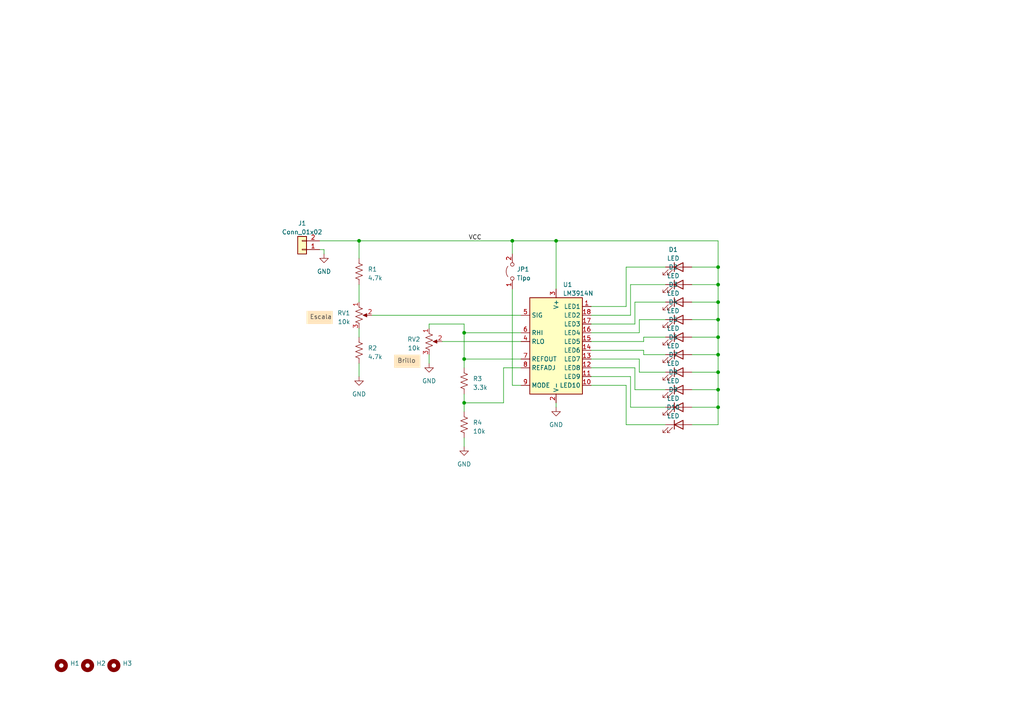
<source format=kicad_sch>
(kicad_sch (version 20230121) (generator eeschema)
  (paper "A4")
  (title_block (title "Indicardor de voltaje") (date "2023-05-18") (rev "V1.0.0") (company "Maykol Rey"))
  (lib_symbols
    (symbol "Connector_Generic:Conn_01x02" (pin_names (offset 1.016) hide)
      (property "Reference" "J" (at 0 2.54 0))
      (property "Value" "Conn_01x02" (at 0 -5.08 0))
      (symbol "Conn_01x02_1_1"
        (rectangle (start -1.27 -2.413) (end 0 -2.667) (stroke (width 0.1524)))
        (rectangle (start -1.27 0.127) (end 0 -0.127) (stroke (width 0.1524)))
        (rectangle (start -1.27 1.27) (end 1.27 -3.81) (stroke (width 0.254)) (fill (type background)))
        (pin passive line (at -5.08 0 0) (length 3.81) (name "Pin_1") (number "1"))
        (pin passive line (at -5.08 -2.54 0) (length 3.81) (name "Pin_2") (number "2"))
      )
    )
    (symbol "Device:LED" (pin_numbers hide) (pin_names (offset 1.016) hide)
      (property "Reference" "D" (at 0 2.54 0))
      (property "Value" "LED" (at 0 -2.54 0))
      (symbol "LED_0_1"
        (polyline (pts (xy -1.27 -1.27) (xy -1.27 1.27)) (stroke (width 0.254)))
        (polyline (pts (xy -1.27 0) (xy 1.27 0)))
        (polyline (pts (xy 1.27 -1.27) (xy 1.27 1.27) (xy -1.27 0) (xy 1.27 -1.27)) (stroke (width 0.254)))
        (polyline (pts (xy -3.048 -0.762) (xy -4.572 -2.286) (xy -3.81 -2.286) (xy -4.572 -2.286) (xy -4.572 -1.524)))
        (polyline (pts (xy -1.778 -0.762) (xy -3.302 -2.286) (xy -2.54 -2.286) (xy -3.302 -2.286) (xy -3.302 -1.524)))
      )
      (symbol "LED_1_1"
        (pin passive line (at -3.81 0 0) (length 2.54) (name "K") (number "1"))
        (pin passive line (at 3.81 0 180) (length 2.54) (name "A") (number "2"))
      )
    )
    (symbol "Device:R_Potentiometer_US" (pin_names (offset 1.016) hide)
      (property "Reference" "RV" (at -4.445 0 90))
      (property "Value" "R_Potentiometer_US" (at -2.54 0 90))
      (symbol "R_Potentiometer_US_0_1"
        (polyline (pts (xy 0 -2.286) (xy 0 -2.54)))
        (polyline (pts (xy 0 2.54) (xy 0 2.286)))
        (polyline (pts (xy 2.54 0) (xy 1.524 0)))
        (polyline (pts (xy 1.143 0) (xy 2.286 0.508) (xy 2.286 -0.508) (xy 1.143 0)) (fill (type outline)))
        (polyline (pts (xy 0 -0.762) (xy 1.016 -1.143) (xy 0 -1.524) (xy -1.016 -1.905) (xy 0 -2.286)))
        (polyline (pts (xy 0 0.762) (xy 1.016 0.381) (xy 0 0) (xy -1.016 -0.381) (xy 0 -0.762)))
        (polyline (pts (xy 0 2.286) (xy 1.016 1.905) (xy 0 1.524) (xy -1.016 1.143) (xy 0 0.762)))
      )
      (symbol "R_Potentiometer_US_1_1"
        (pin passive line (at 0 3.81 270) (length 1.27) (name "1") (number "1"))
        (pin passive line (at 3.81 0 180) (length 1.27) (name "2") (number "2"))
        (pin passive line (at 0 -3.81 90) (length 1.27) (name "3") (number "3"))
      )
    )
    (symbol "Device:R_US" (pin_numbers hide) (pin_names (offset 0))
      (property "Reference" "R" (at 2.54 0 90))
      (property "Value" "R_US" (at -2.54 0 90))
      (symbol "R_US_0_1"
        (polyline (pts (xy 0 -2.286) (xy 0 -2.54)))
        (polyline (pts (xy 0 2.286) (xy 0 2.54)))
        (polyline (pts (xy 0 -0.762) (xy 1.016 -1.143) (xy 0 -1.524) (xy -1.016 -1.905) (xy 0 -2.286)))
        (polyline (pts (xy 0 0.762) (xy 1.016 0.381) (xy 0 0) (xy -1.016 -0.381) (xy 0 -0.762)))
        (polyline (pts (xy 0 2.286) (xy 1.016 1.905) (xy 0 1.524) (xy -1.016 1.143) (xy 0 0.762)))
      )
      (symbol "R_US_1_1"
        (pin passive line (at 0 3.81 270) (length 1.27) (name "~") (number "1"))
        (pin passive line (at 0 -3.81 90) (length 1.27) (name "~") (number "2"))
      )
    )
    (symbol "Driver_LED:LM3914N"
      (property "Reference" "U" (at -6.35 14.224 0))
      (property "Value" "LM3914N" (at 5.588 14.224 0))
      (symbol "LM3914N_0_1"
        (rectangle (start -7.62 12.7) (end 7.62 -15.24) (stroke (width 0.254)) (fill (type background)))
      )
      (symbol "LM3914N_1_1"
        (pin open_collector line (at 10.16 10.16 180) (length 2.54) (name "LED1") (number "1"))
        (pin open_collector line (at 10.16 -12.7 180) (length 2.54) (name "LED10") (number "10"))
        (pin open_collector line (at 10.16 -10.16 180) (length 2.54) (name "LED9") (number "11"))
        (pin open_collector line (at 10.16 -7.62 180) (length 2.54) (name "LED8") (number "12"))
        (pin open_collector line (at 10.16 -5.08 180) (length 2.54) (name "LED7") (number "13"))
        (pin open_collector line (at 10.16 -2.54 180) (length 2.54) (name "LED6") (number "14"))
        (pin open_collector line (at 10.16 0 180) (length 2.54) (name "LED5") (number "15"))
        (pin open_collector line (at 10.16 2.54 180) (length 2.54) (name "LED4") (number "16"))
        (pin open_collector line (at 10.16 5.08 180) (length 2.54) (name "LED3") (number "17"))
        (pin open_collector line (at 10.16 7.62 180) (length 2.54) (name "LED2") (number "18"))
        (pin power_in line (at 0 -17.78 90) (length 2.54) (name "V-") (number "2"))
        (pin power_in line (at 0 15.24 270) (length 2.54) (name "V+") (number "3"))
        (pin input line (at -10.16 0 0) (length 2.54) (name "RLO") (number "4"))
        (pin input line (at -10.16 7.62 0) (length 2.54) (name "SIG") (number "5"))
        (pin input line (at -10.16 2.54 0) (length 2.54) (name "RHI") (number "6"))
        (pin output line (at -10.16 -5.08 0) (length 2.54) (name "REFOUT") (number "7"))
        (pin input line (at -10.16 -7.62 0) (length 2.54) (name "REFADJ") (number "8"))
        (pin input line (at -10.16 -12.7 0) (length 2.54) (name "MODE") (number "9"))
      )
    )
    (symbol "Jumper:Jumper_2_Open" (pin_names (offset 0) hide)
      (property "Reference" "JP" (at 0 2.794 0))
      (property "Value" "Jumper_2_Open" (at 0 -2.286 0))
      (symbol "Jumper_2_Open_0_0"
        (circle (center -2.032 0) (radius 0.508))
        (circle (center 2.032 0) (radius 0.508))
      )
      (symbol "Jumper_2_Open_0_1"
        (arc (start 1.524 1.27) (mid 0 1.778) (end -1.524 1.27))
      )
      (symbol "Jumper_2_Open_1_1"
        (pin passive line (at -5.08 0 0) (length 2.54) (name "A") (number "1"))
        (pin passive line (at 5.08 0 180) (length 2.54) (name "B") (number "2"))
      )
    )
    (symbol "Mechanical:MountingHole" (pin_names (offset 1.016))
      (property "Reference" "H" (at 0 5.08 0))
      (property "Value" "MountingHole" (at 0 3.175 0))
      (symbol "MountingHole_0_1"
        (circle (center 0 0) (radius 1.27) (stroke (width 1.27)))
      )
    )
    (symbol "power:GND" (power) (pin_names (offset 0))
      (property "Value" "GND" (at 0 -3.81 0))
      (symbol "GND_0_1"
        (polyline (pts (xy 0 0) (xy 0 -1.27) (xy 1.27 -1.27) (xy 0 -2.54) (xy -1.27 -1.27) (xy 0 -1.27)))
      )
      (symbol "GND_1_1"
        (pin power_in line (at 0 0 270) (length 0) hide (name "GND") (number "1"))
      )
    )
  )
  (junction (at 208.28 82.55))
  (junction (at 161.29 69.85))
  (junction (at 208.28 92.71))
  (junction (at 208.28 102.87))
  (junction (at 208.28 97.79))
  (junction (at 134.62 104.14))
  (junction (at 134.62 116.84))
  (junction (at 208.28 77.47))
  (junction (at 208.28 118.11))
  (junction (at 208.28 87.63))
  (junction (at 134.62 96.52))
  (junction (at 208.28 113.03))
  (junction (at 148.59 69.85))
  (junction (at 208.28 107.95))
  (junction (at 104.14 69.85))
  (wire (pts (xy 193.04 77.47) (xy 181.61 77.47)))
  (wire (pts (xy 184.15 93.98) (xy 171.45 93.98)))
  (wire (pts (xy 208.28 77.47) (xy 200.66 77.47)))
  (wire (pts (xy 151.13 96.52) (xy 134.62 96.52)))
  (wire (pts (xy 161.29 116.84) (xy 161.29 118.11)))
  (wire (pts (xy 146.05 116.84) (xy 134.62 116.84)))
  (wire (pts (xy 134.62 93.98) (xy 134.62 96.52)))
  (wire (pts (xy 200.66 92.71) (xy 208.28 92.71)))
  (wire (pts (xy 184.15 106.68) (xy 184.15 113.03)))
  (wire (pts (xy 193.04 97.79) (xy 186.69 97.79)))
  (wire (pts (xy 208.28 87.63) (xy 208.28 82.55)))
  (wire (pts (xy 171.45 104.14) (xy 185.42 104.14)))
  (wire (pts (xy 93.98 72.39) (xy 92.71 72.39)))
  (wire (pts (xy 200.66 113.03) (xy 208.28 113.03)))
  (wire (pts (xy 134.62 116.84) (xy 134.62 119.38)))
  (wire (pts (xy 185.42 107.95) (xy 193.04 107.95)))
  (wire (pts (xy 185.42 104.14) (xy 185.42 107.95)))
  (wire (pts (xy 124.46 95.25) (xy 124.46 93.98)))
  (wire (pts (xy 208.28 123.19) (xy 208.28 118.11)))
  (wire (pts (xy 124.46 102.87) (xy 124.46 105.41)))
  (wire (pts (xy 92.71 69.85) (xy 104.14 69.85)))
  (wire (pts (xy 134.62 104.14) (xy 134.62 106.68)))
  (wire (pts (xy 208.28 107.95) (xy 208.28 102.87)))
  (wire (pts (xy 148.59 69.85) (xy 161.29 69.85)))
  (wire (pts (xy 185.42 92.71) (xy 193.04 92.71)))
  (wire (pts (xy 104.14 105.41) (xy 104.14 109.22)))
  (wire (pts (xy 186.69 102.87) (xy 193.04 102.87)))
  (wire (pts (xy 200.66 118.11) (xy 208.28 118.11)))
  (wire (pts (xy 208.28 69.85) (xy 208.28 77.47)))
  (wire (pts (xy 208.28 118.11) (xy 208.28 113.03)))
  (wire (pts (xy 200.66 97.79) (xy 208.28 97.79)))
  (wire (pts (xy 148.59 111.76) (xy 151.13 111.76)))
  (wire (pts (xy 200.66 82.55) (xy 208.28 82.55)))
  (wire (pts (xy 134.62 116.84) (xy 134.62 114.3)))
  (wire (pts (xy 148.59 69.85) (xy 148.59 73.66)))
  (wire (pts (xy 104.14 95.25) (xy 104.14 97.79)))
  (wire (pts (xy 134.62 127) (xy 134.62 129.54)))
  (wire (pts (xy 146.05 106.68) (xy 146.05 116.84)))
  (wire (pts (xy 151.13 106.68) (xy 146.05 106.68)))
  (wire (pts (xy 182.88 91.44) (xy 171.45 91.44)))
  (wire (pts (xy 151.13 104.14) (xy 134.62 104.14)))
  (wire (pts (xy 186.69 101.6) (xy 186.69 102.87)))
  (wire (pts (xy 185.42 96.52) (xy 185.42 92.71)))
  (wire (pts (xy 181.61 77.47) (xy 181.61 88.9)))
  (wire (pts (xy 193.04 82.55) (xy 182.88 82.55)))
  (wire (pts (xy 200.66 107.95) (xy 208.28 107.95)))
  (wire (pts (xy 93.98 73.66) (xy 93.98 72.39)))
  (wire (pts (xy 200.66 123.19) (xy 208.28 123.19)))
  (wire (pts (xy 171.45 96.52) (xy 185.42 96.52)))
  (wire (pts (xy 171.45 109.22) (xy 182.88 109.22)))
  (wire (pts (xy 182.88 118.11) (xy 193.04 118.11)))
  (wire (pts (xy 184.15 87.63) (xy 184.15 93.98)))
  (wire (pts (xy 186.69 97.79) (xy 186.69 99.06)))
  (wire (pts (xy 104.14 82.55) (xy 104.14 87.63)))
  (wire (pts (xy 182.88 109.22) (xy 182.88 118.11)))
  (wire (pts (xy 186.69 99.06) (xy 171.45 99.06)))
  (wire (pts (xy 107.95 91.44) (xy 151.13 91.44)))
  (wire (pts (xy 208.28 92.71) (xy 208.28 87.63)))
  (wire (pts (xy 208.28 97.79) (xy 208.28 92.71)))
  (wire (pts (xy 148.59 83.82) (xy 148.59 111.76)))
  (wire (pts (xy 104.14 69.85) (xy 148.59 69.85)))
  (wire (pts (xy 171.45 106.68) (xy 184.15 106.68)))
  (wire (pts (xy 181.61 88.9) (xy 171.45 88.9)))
  (wire (pts (xy 171.45 111.76) (xy 181.61 111.76)))
  (wire (pts (xy 171.45 101.6) (xy 186.69 101.6)))
  (wire (pts (xy 181.61 123.19) (xy 193.04 123.19)))
  (wire (pts (xy 134.62 96.52) (xy 134.62 104.14)))
  (wire (pts (xy 200.66 102.87) (xy 208.28 102.87)))
  (wire (pts (xy 182.88 82.55) (xy 182.88 91.44)))
  (wire (pts (xy 124.46 93.98) (xy 134.62 93.98)))
  (wire (pts (xy 200.66 87.63) (xy 208.28 87.63)))
  (wire (pts (xy 208.28 82.55) (xy 208.28 77.47)))
  (wire (pts (xy 208.28 113.03) (xy 208.28 107.95)))
  (wire (pts (xy 128.27 99.06) (xy 151.13 99.06)))
  (wire (pts (xy 181.61 111.76) (xy 181.61 123.19)))
  (wire (pts (xy 184.15 113.03) (xy 193.04 113.03)))
  (wire (pts (xy 161.29 83.82) (xy 161.29 69.85)))
  (wire (pts (xy 193.04 87.63) (xy 184.15 87.63)))
  (wire (pts (xy 161.29 69.85) (xy 208.28 69.85)))
  (wire (pts (xy 104.14 69.85) (xy 104.14 74.93)))
  (wire (pts (xy 208.28 102.87) (xy 208.28 97.79)))
  (text_box "Escala" (at 88.9 90.17 0) (size 7.62 3.81) (stroke (width -0.0001)) (fill (type color) (color 255 229 191 1)) (effects (font (size 1.27 1.27)) (justify left top)))
  (text_box "Brillo" (at 114.3 102.87 0) (size 7.62 3.81) (stroke (width -0.0001)) (fill (type color) (color 255 229 191 1)) (effects (font (size 1.27 1.27)) (justify left top)))
  (label "VCC" (at 135.89 69.85 0))
  (symbol (lib_id "Device:R_US") (at 104.14 101.6 0) (unit 1)
    (property "Reference" "R2" (at 106.68 100.965 0) (effects (justify left)))
    (property "Value" "4.7k" (at 106.68 103.505 0) (effects (justify left)))
    (property "Footprint" "Resistor_THT:R_Axial_DIN0207_L6.3mm_D2.5mm_P10.16mm_Horizontal" (effects hide))
  )
  (symbol (lib_id "Device:LED") (at 196.85 113.03 0) (unit 1)
    (property "Reference" "D8" (at 195.2625 107.95 0))
    (property "Value" "LED" (at 195.2625 110.49 0))
    (property "Footprint" "LED_THT:LED_D3.0mm" (effects hide))
  )
  (symbol (lib_id "power:GND") (at 134.62 129.54 0) (unit 1)
    (property "Reference" "#PWR03" (effects hide))
    (property "Value" "GND" (at 134.62 134.62 0))
  )
  (symbol (lib_id "power:GND") (at 124.46 105.41 0) (unit 1)
    (property "Reference" "#PWR04" (effects hide))
    (property "Value" "GND" (at 124.46 110.49 0))
  )
  (symbol (lib_id "Device:R_US") (at 104.14 78.74 0) (unit 1)
    (property "Reference" "R1" (at 106.68 78.105 0) (effects (justify left)))
    (property "Value" "4.7k" (at 106.68 80.645 0) (effects (justify left)))
    (property "Footprint" "Resistor_THT:R_Axial_DIN0207_L6.3mm_D2.5mm_P10.16mm_Horizontal" (effects hide))
  )
  (symbol (lib_id "Mechanical:MountingHole") (at 25.4 193.04 0) (unit 1) (in_bom no)
    (property "Reference" "H2" (at 27.94 192.405 0) (effects (justify left)))
    (property "Value" "MountingHole" (effects hide))
    (property "Footprint" "MountingHole:MountingHole_3.2mm_M3_DIN965_Pad" (effects hide))
  )
  (symbol (lib_id "Driver_LED:LM3914N") (at 161.29 99.06 0) (unit 1)
    (property "Reference" "U1" (at 163.2459 82.55 0) (effects (justify left)))
    (property "Value" "LM3914N" (at 163.2459 85.09 0) (effects (justify left)))
    (property "Footprint" "Package_DIP:DIP-18_W7.62mm" (effects hide))
    (property "Datasheet" "https://www.ti.com/lit/ds/symlink/lm3914.pdf" (effects hide))
  )
  (symbol (lib_id "Device:LED") (at 196.85 97.79 0) (unit 1)
    (property "Reference" "D5" (at 195.2625 92.71 0))
    (property "Value" "LED" (at 195.2625 95.25 0))
    (property "Footprint" "LED_THT:LED_D3.0mm" (effects hide))
  )
  (symbol (lib_id "Connector_Generic:Conn_01x02") (at 87.63 72.39 180) (unit 1) (in_bom no)
    (property "Reference" "J1" (at 87.63 64.77 0))
    (property "Value" "Conn_01x02" (at 87.63 67.31 0))
    (property "Footprint" "TerminalBlock_Phoenix:TerminalBlock_Phoenix_MKDS-1,5-2-5.08_1x02_P5.08mm_Horizontal" (effects hide))
  )
  (symbol (lib_id "Device:LED") (at 196.85 92.71 0) (unit 1)
    (property "Reference" "D4" (at 195.2625 87.63 0))
    (property "Value" "LED" (at 195.2625 90.17 0))
    (property "Footprint" "LED_THT:LED_D3.0mm" (effects hide))
  )
  (symbol (lib_id "Device:LED") (at 196.85 77.47 0) (unit 1)
    (property "Reference" "D1" (at 195.2625 72.39 0))
    (property "Value" "LED" (at 195.2625 74.93 0))
    (property "Footprint" "LED_THT:LED_D3.0mm" (effects hide))
  )
  (symbol (lib_id "Device:R_Potentiometer_US") (at 124.46 99.06 0) (unit 1)
    (property "Reference" "RV2" (at 121.92 98.425 0) (effects (justify right)))
    (property "Value" "10k" (at 121.92 100.965 0) (effects (justify right)))
    (property "Footprint" "Potentiometer_THT:Potentiometer_Runtron_RM-065_Vertical" (effects hide))
  )
  (symbol (lib_id "Device:R_US") (at 134.62 110.49 0) (unit 1)
    (property "Reference" "R3" (at 137.16 109.855 0) (effects (justify left)))
    (property "Value" "3.3k" (at 137.16 112.395 0) (effects (justify left)))
    (property "Footprint" "Resistor_THT:R_Axial_DIN0207_L6.3mm_D2.5mm_P10.16mm_Horizontal" (effects hide))
  )
  (symbol (lib_id "Device:R_Potentiometer_US") (at 104.14 91.44 0) (unit 1)
    (property "Reference" "RV1" (at 101.6 90.805 0) (effects (justify right)))
    (property "Value" "10k" (at 101.6 93.345 0) (effects (justify right)))
    (property "Footprint" "Potentiometer_THT:Potentiometer_Runtron_RM-065_Vertical" (effects hide))
  )
  (symbol (lib_id "power:GND") (at 161.29 118.11 0) (unit 1)
    (property "Reference" "#PWR05" (effects hide))
    (property "Value" "GND" (at 161.29 123.19 0))
  )
  (symbol (lib_id "Device:LED") (at 196.85 82.55 0) (unit 1)
    (property "Reference" "D2" (at 195.2625 77.47 0))
    (property "Value" "LED" (at 195.2625 80.01 0))
    (property "Footprint" "LED_THT:LED_D3.0mm" (effects hide))
  )
  (symbol (lib_id "power:GND") (at 93.98 73.66 0) (unit 1)
    (property "Reference" "#PWR01" (effects hide))
    (property "Value" "GND" (at 93.98 78.74 0))
  )
  (symbol (lib_id "Device:R_US") (at 134.62 123.19 0) (unit 1)
    (property "Reference" "R4" (at 137.16 122.555 0) (effects (justify left)))
    (property "Value" "10k" (at 137.16 125.095 0) (effects (justify left)))
    (property "Footprint" "Resistor_THT:R_Axial_DIN0207_L6.3mm_D2.5mm_P10.16mm_Horizontal" (effects hide))
  )
  (symbol (lib_id "Device:LED") (at 196.85 87.63 0) (unit 1)
    (property "Reference" "D3" (at 195.2625 82.55 0))
    (property "Value" "LED" (at 195.2625 85.09 0))
    (property "Footprint" "LED_THT:LED_D3.0mm" (effects hide))
  )
  (symbol (lib_id "Mechanical:MountingHole") (at 17.78 193.04 0) (unit 1) (in_bom no)
    (property "Reference" "H1" (at 20.32 192.405 0) (effects (justify left)))
    (property "Value" "MountingHole" (effects hide))
    (property "Footprint" "MountingHole:MountingHole_3.2mm_M3_DIN965_Pad" (effects hide))
  )
  (symbol (lib_id "Device:LED") (at 196.85 107.95 0) (unit 1)
    (property "Reference" "D7" (at 195.2625 102.87 0))
    (property "Value" "LED" (at 195.2625 105.41 0))
    (property "Footprint" "LED_THT:LED_D3.0mm" (effects hide))
  )
  (symbol (lib_id "Jumper:Jumper_2_Open") (at 148.59 78.74 90) (unit 1) (in_bom no)
    (property "Reference" "JP1" (at 149.86 78.105 90) (effects (justify right)))
    (property "Value" "Tipo" (at 149.86 80.645 90) (effects (justify right)))
    (property "Footprint" "Jumper:SolderJumper-2_P1.3mm_Open_TrianglePad1.0x1.5mm" (effects hide))
  )
  (symbol (lib_id "Device:LED") (at 196.85 123.19 0) (unit 1)
    (property "Reference" "D10" (at 195.2625 118.11 0))
    (property "Value" "LED" (at 195.2625 120.65 0))
    (property "Footprint" "LED_THT:LED_D3.0mm" (effects hide))
  )
  (symbol (lib_id "Device:LED") (at 196.85 102.87 0) (unit 1)
    (property "Reference" "D6" (at 195.2625 97.79 0))
    (property "Value" "LED" (at 195.2625 100.33 0))
    (property "Footprint" "LED_THT:LED_D3.0mm" (effects hide))
  )
  (symbol (lib_id "power:GND") (at 104.14 109.22 0) (unit 1)
    (property "Reference" "#PWR02" (effects hide))
    (property "Value" "GND" (at 104.14 114.3 0))
  )
  (symbol (lib_id "Device:LED") (at 196.85 118.11 0) (unit 1)
    (property "Reference" "D9" (at 195.2625 113.03 0))
    (property "Value" "LED" (at 195.2625 115.57 0))
    (property "Footprint" "LED_THT:LED_D3.0mm" (effects hide))
  )
  (symbol (lib_id "Mechanical:MountingHole") (at 33.02 193.04 0) (unit 1) (in_bom no)
    (property "Reference" "H3" (at 35.56 192.405 0) (effects (justify left)))
    (property "Value" "MountingHole" (effects hide))
    (property "Footprint" "MountingHole:MountingHole_3.2mm_M3_DIN965_Pad" (effects hide))
  )
)
</source>
